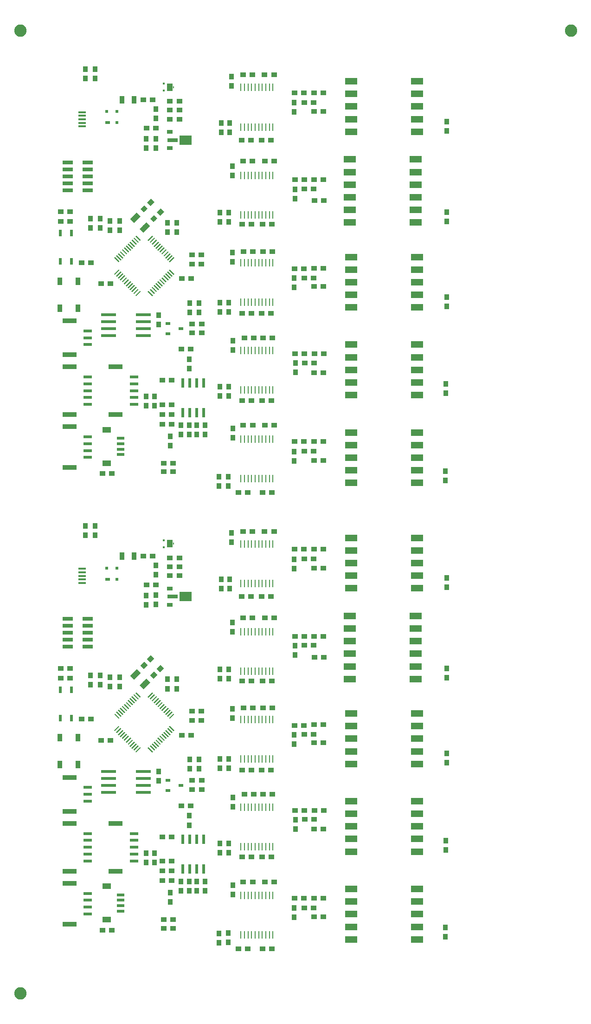
<source format=gbr>
G04 #@! TF.GenerationSoftware,KiCad,Pcbnew,(5.0.0)*
G04 #@! TF.CreationDate,2019-01-07T10:47:40-06:00*
G04 #@! TF.ProjectId,fk-atlas-v0.11-01x02,666B2D61746C61732D76302E31312D30,0.1*
G04 #@! TF.SameCoordinates,Original*
G04 #@! TF.FileFunction,Paste,Top*
G04 #@! TF.FilePolarity,Positive*
%FSLAX46Y46*%
G04 Gerber Fmt 4.6, Leading zero omitted, Abs format (unit mm)*
G04 Created by KiCad (PCBNEW (5.0.0)) date 01/07/19 10:47:40*
%MOMM*%
%LPD*%
G01*
G04 APERTURE LIST*
%ADD10C,2.250000*%
%ADD11R,0.900000X0.990000*%
%ADD12R,0.990000X0.900000*%
%ADD13R,0.540000X1.800000*%
%ADD14C,0.990000*%
%ADD15C,0.100000*%
%ADD16R,2.250000X1.800000*%
%ADD17R,1.080000X0.720000*%
%ADD18R,1.980000X0.720000*%
%ADD19C,0.225000*%
%ADD20R,2.700000X0.540000*%
%ADD21R,1.530000X0.540000*%
%ADD22R,2.520000X0.900000*%
%ADD23R,0.540000X0.630000*%
%ADD24R,0.900000X0.630000*%
%ADD25R,0.900000X1.350000*%
%ADD26R,1.890000X0.675000*%
%ADD27R,0.945000X0.585000*%
%ADD28R,0.225000X0.360000*%
%ADD29R,0.990000X1.440000*%
%ADD30R,0.450000X0.360000*%
%ADD31R,2.250000X1.260000*%
%ADD32R,0.810000X1.350000*%
%ADD33R,0.225000X1.350000*%
%ADD34C,0.900000*%
%ADD35R,1.395000X0.540000*%
%ADD36R,1.620000X1.080000*%
%ADD37R,0.630000X1.305000*%
%ADD38R,1.350000X0.405000*%
G04 APERTURE END LIST*
D10*
G04 #@! TO.C,REF\002A\002A*
X178371400Y-274619400D03*
G04 #@! TD*
D11*
G04 #@! TO.C,R27*
X216285400Y-265313400D03*
X216285400Y-263613400D03*
G04 #@! TD*
G04 #@! TO.C,R26*
X214634400Y-263652400D03*
X214634400Y-265352400D03*
G04 #@! TD*
G04 #@! TO.C,R24*
X214761400Y-231863400D03*
X214761400Y-233563400D03*
G04 #@! TD*
G04 #@! TO.C,R22*
X214761400Y-217180400D03*
X214761400Y-215480400D03*
G04 #@! TD*
G04 #@! TO.C,R20*
X216539400Y-200797400D03*
X216539400Y-199097400D03*
G04 #@! TD*
G04 #@! TO.C,R19*
X214761400Y-248930400D03*
X214761400Y-247230400D03*
G04 #@! TD*
G04 #@! TO.C,R18*
X216412400Y-247230400D03*
X216412400Y-248930400D03*
G04 #@! TD*
D12*
G04 #@! TO.C,C25*
X189527400Y-224585400D03*
X191227400Y-224585400D03*
G04 #@! TD*
G04 #@! TO.C,R13*
X205959400Y-254049400D03*
X204259400Y-254049400D03*
G04 #@! TD*
D13*
G04 #@! TO.C,U4*
X211840400Y-246523400D03*
X210570400Y-246523400D03*
X209300400Y-246523400D03*
X208030400Y-246523400D03*
X208030400Y-251923400D03*
X209300400Y-251923400D03*
X210570400Y-251923400D03*
X211840400Y-251923400D03*
G04 #@! TD*
D12*
G04 #@! TO.C,R6*
X204259400Y-246048400D03*
X205959400Y-246048400D03*
G04 #@! TD*
G04 #@! TO.C,C21*
X204259400Y-252271400D03*
X205959400Y-252271400D03*
G04 #@! TD*
D14*
G04 #@! TO.C,Y1*
X201108900Y-218171900D03*
D15*
G36*
X200154306Y-218426458D02*
X201363458Y-217217306D01*
X202063494Y-217917342D01*
X200854342Y-219126494D01*
X200154306Y-218426458D01*
X200154306Y-218426458D01*
G37*
D14*
X199341134Y-216404134D03*
D15*
G36*
X198386540Y-216658692D02*
X199595692Y-215449540D01*
X200295728Y-216149576D01*
X199086576Y-217358728D01*
X198386540Y-216658692D01*
X198386540Y-216658692D01*
G37*
G04 #@! TD*
D12*
G04 #@! TO.C,R603*
X231945400Y-257224400D03*
X233645400Y-257224400D03*
G04 #@! TD*
G04 #@! TO.C,R503*
X232072400Y-241222400D03*
X233772400Y-241222400D03*
G04 #@! TD*
G04 #@! TO.C,R304*
X231867400Y-211123400D03*
X230167400Y-211123400D03*
G04 #@! TD*
D11*
G04 #@! TO.C,R301*
X228477400Y-212901400D03*
X228477400Y-211201400D03*
G04 #@! TD*
D12*
G04 #@! TO.C,R202*
X230089400Y-193597400D03*
X228389400Y-193597400D03*
G04 #@! TD*
G04 #@! TO.C,R403*
X231945400Y-225601400D03*
X233645400Y-225601400D03*
G04 #@! TD*
G04 #@! TO.C,R302*
X230216400Y-209472400D03*
X228516400Y-209472400D03*
G04 #@! TD*
G04 #@! TO.C,R11*
X209745800Y-237412400D03*
X211445800Y-237412400D03*
G04 #@! TD*
D16*
G04 #@! TO.C,U3*
X208495400Y-202233400D03*
D17*
X205645400Y-203733400D03*
D18*
X206145400Y-202233400D03*
D17*
X205645400Y-200733400D03*
G04 #@! TD*
D19*
G04 #@! TO.C,U2*
X202113271Y-220136442D03*
D15*
G36*
X201779163Y-220629649D02*
X201620064Y-220470550D01*
X202447379Y-219643235D01*
X202606478Y-219802334D01*
X201779163Y-220629649D01*
X201779163Y-220629649D01*
G37*
D19*
X202466824Y-220489995D03*
D15*
G36*
X202132716Y-220983202D02*
X201973617Y-220824103D01*
X202800932Y-219996788D01*
X202960031Y-220155887D01*
X202132716Y-220983202D01*
X202132716Y-220983202D01*
G37*
D19*
X202820378Y-220843549D03*
D15*
G36*
X202486270Y-221336756D02*
X202327171Y-221177657D01*
X203154486Y-220350342D01*
X203313585Y-220509441D01*
X202486270Y-221336756D01*
X202486270Y-221336756D01*
G37*
D19*
X203173931Y-221197102D03*
D15*
G36*
X202839823Y-221690309D02*
X202680724Y-221531210D01*
X203508039Y-220703895D01*
X203667138Y-220862994D01*
X202839823Y-221690309D01*
X202839823Y-221690309D01*
G37*
D19*
X203527484Y-221550655D03*
D15*
G36*
X203193376Y-222043862D02*
X203034277Y-221884763D01*
X203861592Y-221057448D01*
X204020691Y-221216547D01*
X203193376Y-222043862D01*
X203193376Y-222043862D01*
G37*
D19*
X203881038Y-221904209D03*
D15*
G36*
X203546930Y-222397416D02*
X203387831Y-222238317D01*
X204215146Y-221411002D01*
X204374245Y-221570101D01*
X203546930Y-222397416D01*
X203546930Y-222397416D01*
G37*
D19*
X204234591Y-222257762D03*
D15*
G36*
X203900483Y-222750969D02*
X203741384Y-222591870D01*
X204568699Y-221764555D01*
X204727798Y-221923654D01*
X203900483Y-222750969D01*
X203900483Y-222750969D01*
G37*
D19*
X204588145Y-222611316D03*
D15*
G36*
X204254037Y-223104523D02*
X204094938Y-222945424D01*
X204922253Y-222118109D01*
X205081352Y-222277208D01*
X204254037Y-223104523D01*
X204254037Y-223104523D01*
G37*
D19*
X204941698Y-222964869D03*
D15*
G36*
X204607590Y-223458076D02*
X204448491Y-223298977D01*
X205275806Y-222471662D01*
X205434905Y-222630761D01*
X204607590Y-223458076D01*
X204607590Y-223458076D01*
G37*
D19*
X205295251Y-223318422D03*
D15*
G36*
X204961143Y-223811629D02*
X204802044Y-223652530D01*
X205629359Y-222825215D01*
X205788458Y-222984314D01*
X204961143Y-223811629D01*
X204961143Y-223811629D01*
G37*
D19*
X205648805Y-223671976D03*
D15*
G36*
X205314697Y-224165183D02*
X205155598Y-224006084D01*
X205982913Y-223178769D01*
X206142012Y-223337868D01*
X205314697Y-224165183D01*
X205314697Y-224165183D01*
G37*
D19*
X206002358Y-224025529D03*
D15*
G36*
X205668250Y-224518736D02*
X205509151Y-224359637D01*
X206336466Y-223532322D01*
X206495565Y-223691421D01*
X205668250Y-224518736D01*
X205668250Y-224518736D01*
G37*
D19*
X206002358Y-226288271D03*
D15*
G36*
X205509151Y-225954163D02*
X205668250Y-225795064D01*
X206495565Y-226622379D01*
X206336466Y-226781478D01*
X205509151Y-225954163D01*
X205509151Y-225954163D01*
G37*
D19*
X205648805Y-226641824D03*
D15*
G36*
X205155598Y-226307716D02*
X205314697Y-226148617D01*
X206142012Y-226975932D01*
X205982913Y-227135031D01*
X205155598Y-226307716D01*
X205155598Y-226307716D01*
G37*
D19*
X205295251Y-226995378D03*
D15*
G36*
X204802044Y-226661270D02*
X204961143Y-226502171D01*
X205788458Y-227329486D01*
X205629359Y-227488585D01*
X204802044Y-226661270D01*
X204802044Y-226661270D01*
G37*
D19*
X204941698Y-227348931D03*
D15*
G36*
X204448491Y-227014823D02*
X204607590Y-226855724D01*
X205434905Y-227683039D01*
X205275806Y-227842138D01*
X204448491Y-227014823D01*
X204448491Y-227014823D01*
G37*
D19*
X204588145Y-227702484D03*
D15*
G36*
X204094938Y-227368376D02*
X204254037Y-227209277D01*
X205081352Y-228036592D01*
X204922253Y-228195691D01*
X204094938Y-227368376D01*
X204094938Y-227368376D01*
G37*
D19*
X204234591Y-228056038D03*
D15*
G36*
X203741384Y-227721930D02*
X203900483Y-227562831D01*
X204727798Y-228390146D01*
X204568699Y-228549245D01*
X203741384Y-227721930D01*
X203741384Y-227721930D01*
G37*
D19*
X203881038Y-228409591D03*
D15*
G36*
X203387831Y-228075483D02*
X203546930Y-227916384D01*
X204374245Y-228743699D01*
X204215146Y-228902798D01*
X203387831Y-228075483D01*
X203387831Y-228075483D01*
G37*
D19*
X203527484Y-228763145D03*
D15*
G36*
X203034277Y-228429037D02*
X203193376Y-228269938D01*
X204020691Y-229097253D01*
X203861592Y-229256352D01*
X203034277Y-228429037D01*
X203034277Y-228429037D01*
G37*
D19*
X203173931Y-229116698D03*
D15*
G36*
X202680724Y-228782590D02*
X202839823Y-228623491D01*
X203667138Y-229450806D01*
X203508039Y-229609905D01*
X202680724Y-228782590D01*
X202680724Y-228782590D01*
G37*
D19*
X202820378Y-229470251D03*
D15*
G36*
X202327171Y-229136143D02*
X202486270Y-228977044D01*
X203313585Y-229804359D01*
X203154486Y-229963458D01*
X202327171Y-229136143D01*
X202327171Y-229136143D01*
G37*
D19*
X202466824Y-229823805D03*
D15*
G36*
X201973617Y-229489697D02*
X202132716Y-229330598D01*
X202960031Y-230157913D01*
X202800932Y-230317012D01*
X201973617Y-229489697D01*
X201973617Y-229489697D01*
G37*
D19*
X202113271Y-230177358D03*
D15*
G36*
X201620064Y-229843250D02*
X201779163Y-229684151D01*
X202606478Y-230511466D01*
X202447379Y-230670565D01*
X201620064Y-229843250D01*
X201620064Y-229843250D01*
G37*
D19*
X199850529Y-230177358D03*
D15*
G36*
X199516421Y-230670565D02*
X199357322Y-230511466D01*
X200184637Y-229684151D01*
X200343736Y-229843250D01*
X199516421Y-230670565D01*
X199516421Y-230670565D01*
G37*
D19*
X199496976Y-229823805D03*
D15*
G36*
X199162868Y-230317012D02*
X199003769Y-230157913D01*
X199831084Y-229330598D01*
X199990183Y-229489697D01*
X199162868Y-230317012D01*
X199162868Y-230317012D01*
G37*
D19*
X199143422Y-229470251D03*
D15*
G36*
X198809314Y-229963458D02*
X198650215Y-229804359D01*
X199477530Y-228977044D01*
X199636629Y-229136143D01*
X198809314Y-229963458D01*
X198809314Y-229963458D01*
G37*
D19*
X198789869Y-229116698D03*
D15*
G36*
X198455761Y-229609905D02*
X198296662Y-229450806D01*
X199123977Y-228623491D01*
X199283076Y-228782590D01*
X198455761Y-229609905D01*
X198455761Y-229609905D01*
G37*
D19*
X198436316Y-228763145D03*
D15*
G36*
X198102208Y-229256352D02*
X197943109Y-229097253D01*
X198770424Y-228269938D01*
X198929523Y-228429037D01*
X198102208Y-229256352D01*
X198102208Y-229256352D01*
G37*
D19*
X198082762Y-228409591D03*
D15*
G36*
X197748654Y-228902798D02*
X197589555Y-228743699D01*
X198416870Y-227916384D01*
X198575969Y-228075483D01*
X197748654Y-228902798D01*
X197748654Y-228902798D01*
G37*
D19*
X197729209Y-228056038D03*
D15*
G36*
X197395101Y-228549245D02*
X197236002Y-228390146D01*
X198063317Y-227562831D01*
X198222416Y-227721930D01*
X197395101Y-228549245D01*
X197395101Y-228549245D01*
G37*
D19*
X197375655Y-227702484D03*
D15*
G36*
X197041547Y-228195691D02*
X196882448Y-228036592D01*
X197709763Y-227209277D01*
X197868862Y-227368376D01*
X197041547Y-228195691D01*
X197041547Y-228195691D01*
G37*
D19*
X197022102Y-227348931D03*
D15*
G36*
X196687994Y-227842138D02*
X196528895Y-227683039D01*
X197356210Y-226855724D01*
X197515309Y-227014823D01*
X196687994Y-227842138D01*
X196687994Y-227842138D01*
G37*
D19*
X196668549Y-226995378D03*
D15*
G36*
X196334441Y-227488585D02*
X196175342Y-227329486D01*
X197002657Y-226502171D01*
X197161756Y-226661270D01*
X196334441Y-227488585D01*
X196334441Y-227488585D01*
G37*
D19*
X196314995Y-226641824D03*
D15*
G36*
X195980887Y-227135031D02*
X195821788Y-226975932D01*
X196649103Y-226148617D01*
X196808202Y-226307716D01*
X195980887Y-227135031D01*
X195980887Y-227135031D01*
G37*
D19*
X195961442Y-226288271D03*
D15*
G36*
X195627334Y-226781478D02*
X195468235Y-226622379D01*
X196295550Y-225795064D01*
X196454649Y-225954163D01*
X195627334Y-226781478D01*
X195627334Y-226781478D01*
G37*
D19*
X195961442Y-224025529D03*
D15*
G36*
X195468235Y-223691421D02*
X195627334Y-223532322D01*
X196454649Y-224359637D01*
X196295550Y-224518736D01*
X195468235Y-223691421D01*
X195468235Y-223691421D01*
G37*
D19*
X196314995Y-223671976D03*
D15*
G36*
X195821788Y-223337868D02*
X195980887Y-223178769D01*
X196808202Y-224006084D01*
X196649103Y-224165183D01*
X195821788Y-223337868D01*
X195821788Y-223337868D01*
G37*
D19*
X196668549Y-223318422D03*
D15*
G36*
X196175342Y-222984314D02*
X196334441Y-222825215D01*
X197161756Y-223652530D01*
X197002657Y-223811629D01*
X196175342Y-222984314D01*
X196175342Y-222984314D01*
G37*
D19*
X197022102Y-222964869D03*
D15*
G36*
X196528895Y-222630761D02*
X196687994Y-222471662D01*
X197515309Y-223298977D01*
X197356210Y-223458076D01*
X196528895Y-222630761D01*
X196528895Y-222630761D01*
G37*
D19*
X197375655Y-222611316D03*
D15*
G36*
X196882448Y-222277208D02*
X197041547Y-222118109D01*
X197868862Y-222945424D01*
X197709763Y-223104523D01*
X196882448Y-222277208D01*
X196882448Y-222277208D01*
G37*
D19*
X197729209Y-222257762D03*
D15*
G36*
X197236002Y-221923654D02*
X197395101Y-221764555D01*
X198222416Y-222591870D01*
X198063317Y-222750969D01*
X197236002Y-221923654D01*
X197236002Y-221923654D01*
G37*
D19*
X198082762Y-221904209D03*
D15*
G36*
X197589555Y-221570101D02*
X197748654Y-221411002D01*
X198575969Y-222238317D01*
X198416870Y-222397416D01*
X197589555Y-221570101D01*
X197589555Y-221570101D01*
G37*
D19*
X198436316Y-221550655D03*
D15*
G36*
X197943109Y-221216547D02*
X198102208Y-221057448D01*
X198929523Y-221884763D01*
X198770424Y-222043862D01*
X197943109Y-221216547D01*
X197943109Y-221216547D01*
G37*
D19*
X198789869Y-221197102D03*
D15*
G36*
X198296662Y-220862994D02*
X198455761Y-220703895D01*
X199283076Y-221531210D01*
X199123977Y-221690309D01*
X198296662Y-220862994D01*
X198296662Y-220862994D01*
G37*
D19*
X199143422Y-220843549D03*
D15*
G36*
X198650215Y-220509441D02*
X198809314Y-220350342D01*
X199636629Y-221177657D01*
X199477530Y-221336756D01*
X198650215Y-220509441D01*
X198650215Y-220509441D01*
G37*
D19*
X199496976Y-220489995D03*
D15*
G36*
X199003769Y-220155887D02*
X199162868Y-219996788D01*
X199990183Y-220824103D01*
X199831084Y-220983202D01*
X199003769Y-220155887D01*
X199003769Y-220155887D01*
G37*
D19*
X199850529Y-220136442D03*
D15*
G36*
X199357322Y-219802334D02*
X199516421Y-219643235D01*
X200343736Y-220470550D01*
X200184637Y-220629649D01*
X199357322Y-219802334D01*
X199357322Y-219802334D01*
G37*
G04 #@! TD*
D12*
G04 #@! TO.C,R605*
X231945400Y-260653400D03*
X233645400Y-260653400D03*
G04 #@! TD*
G04 #@! TO.C,R303*
X231945400Y-209472400D03*
X233645400Y-209472400D03*
G04 #@! TD*
G04 #@! TO.C,R205*
X231945400Y-197026400D03*
X233645400Y-197026400D03*
G04 #@! TD*
D11*
G04 #@! TO.C,R401*
X228350400Y-229118400D03*
X228350400Y-227418400D03*
G04 #@! TD*
D12*
G04 #@! TO.C,R505*
X231945400Y-244651400D03*
X233645400Y-244651400D03*
G04 #@! TD*
G04 #@! TO.C,R502*
X230216400Y-241222400D03*
X228516400Y-241222400D03*
G04 #@! TD*
D11*
G04 #@! TO.C,R601*
X228350400Y-260741400D03*
X228350400Y-259041400D03*
G04 #@! TD*
G04 #@! TO.C,R12*
X205744400Y-257947400D03*
X205744400Y-256247400D03*
G04 #@! TD*
D20*
G04 #@! TO.C,U1*
X200854500Y-237920400D03*
X200854500Y-236650400D03*
X200854500Y-235380400D03*
X200854500Y-234110400D03*
X194454500Y-234110400D03*
X194454500Y-235380400D03*
X194454500Y-236650400D03*
X194454500Y-237920400D03*
G04 #@! TD*
D12*
G04 #@! TO.C,R305*
X232072400Y-213282400D03*
X233772400Y-213282400D03*
G04 #@! TD*
D11*
G04 #@! TO.C,R25*
X216412400Y-233563400D03*
X216412400Y-231863400D03*
G04 #@! TD*
G04 #@! TO.C,R23*
X216412400Y-215480400D03*
X216412400Y-217180400D03*
G04 #@! TD*
G04 #@! TO.C,R21*
X215015400Y-199097400D03*
X215015400Y-200797400D03*
G04 #@! TD*
D12*
G04 #@! TO.C,R404*
X231867400Y-227379400D03*
X230167400Y-227379400D03*
G04 #@! TD*
D21*
G04 #@! TO.C,J7*
X199083800Y-250447300D03*
X199083800Y-249197300D03*
X199083800Y-247947300D03*
X199083800Y-246697300D03*
X199083800Y-245447300D03*
D22*
X195733800Y-252297300D03*
X195733800Y-243597300D03*
G04 #@! TD*
D12*
G04 #@! TO.C,R402*
X230089400Y-225728400D03*
X228389400Y-225728400D03*
G04 #@! TD*
G04 #@! TO.C,R504*
X231994400Y-242873400D03*
X230294400Y-242873400D03*
G04 #@! TD*
G04 #@! TO.C,R602*
X230089400Y-257224400D03*
X228389400Y-257224400D03*
G04 #@! TD*
D11*
G04 #@! TO.C,R501*
X228604400Y-244612400D03*
X228604400Y-242912400D03*
G04 #@! TD*
D12*
G04 #@! TO.C,R405*
X231945400Y-228903400D03*
X233645400Y-228903400D03*
G04 #@! TD*
D11*
G04 #@! TO.C,R7*
X207649400Y-254215400D03*
X207649400Y-255915400D03*
G04 #@! TD*
D12*
G04 #@! TO.C,R3*
X209451900Y-240396900D03*
X207751900Y-240396900D03*
G04 #@! TD*
G04 #@! TO.C,C20*
X205959400Y-250493400D03*
X204259400Y-250493400D03*
G04 #@! TD*
G04 #@! TO.C,R604*
X231867400Y-259002400D03*
X230167400Y-259002400D03*
G04 #@! TD*
G04 #@! TO.C,R203*
X231945400Y-193597400D03*
X233645400Y-193597400D03*
G04 #@! TD*
D11*
G04 #@! TO.C,R201*
X228350400Y-197114400D03*
X228350400Y-195414400D03*
G04 #@! TD*
G04 #@! TO.C,R4*
X209319869Y-233633703D03*
X209319869Y-231933703D03*
G04 #@! TD*
D12*
G04 #@! TO.C,R2*
X185708994Y-215314400D03*
X187408994Y-215314400D03*
G04 #@! TD*
G04 #@! TO.C,R1*
X185708994Y-217092400D03*
X187408994Y-217092400D03*
G04 #@! TD*
D23*
G04 #@! TO.C,D5*
X194126400Y-197042400D03*
X196026400Y-197042400D03*
X196026400Y-199042400D03*
D24*
X194326400Y-199042400D03*
G04 #@! TD*
D12*
G04 #@! TO.C,C602*
X218208900Y-266487400D03*
X219908900Y-266487400D03*
G04 #@! TD*
G04 #@! TO.C,L2*
X200791400Y-194867400D03*
X202491400Y-194867400D03*
G04 #@! TD*
D11*
G04 #@! TO.C,L1*
X191190200Y-216572600D03*
X191190200Y-218272600D03*
G04 #@! TD*
D25*
G04 #@! TO.C,F1*
X196897400Y-194867400D03*
X199097400Y-194867400D03*
G04 #@! TD*
D12*
G04 #@! TO.C,C604*
X224664000Y-254252600D03*
X222964000Y-254252600D03*
G04 #@! TD*
D26*
G04 #@! TO.C,J1*
X190653400Y-206297400D03*
X187053400Y-206297400D03*
X190653400Y-207567400D03*
X187053400Y-207567400D03*
X190653400Y-208837400D03*
X187053400Y-208837400D03*
X190653400Y-210107400D03*
X187053400Y-210107400D03*
X190653400Y-211377400D03*
X187053400Y-211377400D03*
G04 #@! TD*
D11*
G04 #@! TO.C,C605*
X217174400Y-254850400D03*
X217174400Y-256550400D03*
G04 #@! TD*
G04 #@! TO.C,C505*
X217174400Y-238848400D03*
X217174400Y-240548400D03*
G04 #@! TD*
D12*
G04 #@! TO.C,C601*
X222610900Y-266487400D03*
X224310900Y-266487400D03*
G04 #@! TD*
D27*
G04 #@! TO.C,Q4*
X207639859Y-236652793D03*
X205339859Y-237602793D03*
X205339859Y-235702793D03*
G04 #@! TD*
D11*
G04 #@! TO.C,C606*
X255909400Y-262597400D03*
X255909400Y-264297400D03*
G04 #@! TD*
G04 #@! TO.C,C506*
X256036400Y-246722400D03*
X256036400Y-248422400D03*
G04 #@! TD*
D12*
G04 #@! TO.C,C603*
X219057400Y-254252600D03*
X220757400Y-254252600D03*
G04 #@! TD*
G04 #@! TO.C,D4*
X211445800Y-235761400D03*
X209745800Y-235761400D03*
G04 #@! TD*
D11*
G04 #@! TO.C,R10*
X190252509Y-189336821D03*
X190252509Y-191036821D03*
G04 #@! TD*
D12*
G04 #@! TO.C,R9*
X209735048Y-223156698D03*
X211435048Y-223156698D03*
G04 #@! TD*
G04 #@! TO.C,R8*
X209735048Y-224839400D03*
X211435048Y-224839400D03*
G04 #@! TD*
D28*
G04 #@! TO.C,D6*
X206288400Y-192581400D03*
D29*
X205613400Y-192581400D03*
D30*
X204563400Y-193231400D03*
X204563400Y-191931400D03*
G04 #@! TD*
D12*
G04 #@! TO.C,C504*
X224374400Y-238301400D03*
X222674400Y-238301400D03*
G04 #@! TD*
D11*
G04 #@! TO.C,R5*
X210973683Y-231933703D03*
X210973683Y-233633703D03*
G04 #@! TD*
D12*
G04 #@! TO.C,C503*
X219245400Y-238301400D03*
X220945400Y-238301400D03*
G04 #@! TD*
G04 #@! TO.C,C402*
X218864400Y-233856400D03*
X220564400Y-233856400D03*
G04 #@! TD*
D11*
G04 #@! TO.C,C405*
X217047400Y-222719400D03*
X217047400Y-224419400D03*
G04 #@! TD*
G04 #@! TO.C,C406*
X256163400Y-230847400D03*
X256163400Y-232547400D03*
G04 #@! TD*
D12*
G04 #@! TO.C,C302*
X218864400Y-217600400D03*
X220564400Y-217600400D03*
G04 #@! TD*
G04 #@! TO.C,C8*
X193134200Y-228446200D03*
X194834200Y-228446200D03*
G04 #@! TD*
G04 #@! TO.C,C502*
X218864400Y-249731400D03*
X220564400Y-249731400D03*
G04 #@! TD*
D11*
G04 #@! TO.C,C5*
X205236400Y-217324400D03*
X205236400Y-219024400D03*
G04 #@! TD*
D12*
G04 #@! TO.C,C203*
X219032000Y-190320800D03*
X220732000Y-190320800D03*
G04 #@! TD*
D11*
G04 #@! TO.C,C16*
X203572700Y-234162100D03*
X203572700Y-235862100D03*
G04 #@! TD*
G04 #@! TO.C,C7*
X192968200Y-216572600D03*
X192968200Y-218272600D03*
G04 #@! TD*
G04 #@! TO.C,C10*
X203077400Y-198257400D03*
X203077400Y-196557400D03*
G04 #@! TD*
D12*
G04 #@! TO.C,C501*
X222508400Y-249731400D03*
X224208400Y-249731400D03*
G04 #@! TD*
D11*
G04 #@! TO.C,C205*
X216869600Y-190624000D03*
X216869600Y-192324000D03*
G04 #@! TD*
D12*
G04 #@! TO.C,C14*
X205681800Y-196759700D03*
X207381800Y-196759700D03*
G04 #@! TD*
G04 #@! TO.C,C404*
X224335400Y-222553400D03*
X222635400Y-222553400D03*
G04 #@! TD*
D11*
G04 #@! TO.C,C206*
X256163400Y-198843400D03*
X256163400Y-200543400D03*
G04 #@! TD*
G04 #@! TO.C,C18*
X212094400Y-255915400D03*
X212094400Y-254215400D03*
G04 #@! TD*
D12*
G04 #@! TO.C,C12*
X205681800Y-198436100D03*
X207381800Y-198436100D03*
G04 #@! TD*
D11*
G04 #@! TO.C,C6*
X206887400Y-217324400D03*
X206887400Y-219024400D03*
G04 #@! TD*
D12*
G04 #@! TO.C,C401*
X222381400Y-233856400D03*
X224081400Y-233856400D03*
G04 #@! TD*
D11*
G04 #@! TO.C,C15*
X203077400Y-201979400D03*
X203077400Y-203679400D03*
G04 #@! TD*
D12*
G04 #@! TO.C,C202*
X218737400Y-202233400D03*
X220437400Y-202233400D03*
G04 #@! TD*
D11*
G04 #@! TO.C,C13*
X191979709Y-189336821D03*
X191979709Y-191036821D03*
G04 #@! TD*
G04 #@! TO.C,C306*
X256163400Y-215353400D03*
X256163400Y-217053400D03*
G04 #@! TD*
D12*
G04 #@! TO.C,C403*
X219067600Y-222553400D03*
X220767600Y-222553400D03*
G04 #@! TD*
G04 #@! TO.C,C201*
X222381400Y-202233400D03*
X224081400Y-202233400D03*
G04 #@! TD*
D11*
G04 #@! TO.C,C305*
X217047400Y-206971400D03*
X217047400Y-208671400D03*
G04 #@! TD*
D12*
G04 #@! TO.C,C303*
X219006600Y-206068800D03*
X220706600Y-206068800D03*
G04 #@! TD*
G04 #@! TO.C,C301*
X222586400Y-217600400D03*
X224286400Y-217600400D03*
G04 #@! TD*
D11*
G04 #@! TO.C,C17*
X209236900Y-242213900D03*
X209236900Y-243913900D03*
G04 #@! TD*
D12*
G04 #@! TO.C,C11*
X207379300Y-195172200D03*
X205679300Y-195172200D03*
G04 #@! TD*
G04 #@! TO.C,C9*
X209515400Y-227506400D03*
X207815400Y-227506400D03*
G04 #@! TD*
G04 #@! TO.C,C304*
X224679200Y-206068800D03*
X222979200Y-206068800D03*
G04 #@! TD*
G04 #@! TO.C,C204*
X224653800Y-190320800D03*
X222953800Y-190320800D03*
G04 #@! TD*
D11*
G04 #@! TO.C,C19*
X209173400Y-255915400D03*
X209173400Y-254215400D03*
G04 #@! TD*
G04 #@! TO.C,C2*
X196498800Y-216979000D03*
X196498800Y-218679000D03*
G04 #@! TD*
D31*
G04 #@! TO.C,U502*
X250733400Y-248741900D03*
X250733400Y-246441900D03*
X250733400Y-244141900D03*
X250733400Y-241841900D03*
X250733400Y-239541900D03*
X238733400Y-239541900D03*
X238733400Y-241841900D03*
X238733400Y-244141900D03*
X238733400Y-246441900D03*
X238733400Y-248741900D03*
G04 #@! TD*
D11*
G04 #@! TO.C,C22*
X201299400Y-249008400D03*
X201299400Y-250708400D03*
G04 #@! TD*
D21*
G04 #@! TO.C,J5*
X190676400Y-250453400D03*
X190676400Y-249203400D03*
X190676400Y-247953400D03*
X190676400Y-246703400D03*
X190676400Y-245453400D03*
D22*
X187326400Y-252303400D03*
X187326400Y-243603400D03*
G04 #@! TD*
D11*
G04 #@! TO.C,R14*
X210570400Y-254215400D03*
X210570400Y-255915400D03*
G04 #@! TD*
D32*
G04 #@! TO.C,U5*
X185552400Y-227977400D03*
X188852400Y-227977400D03*
X188852400Y-232877400D03*
X185552400Y-232877400D03*
G04 #@! TD*
D12*
G04 #@! TO.C,R15*
X204513400Y-262748900D03*
X206213400Y-262748900D03*
G04 #@! TD*
G04 #@! TO.C,C24*
X193337400Y-263066400D03*
X195037400Y-263066400D03*
G04 #@! TD*
D11*
G04 #@! TO.C,C23*
X202823400Y-250708400D03*
X202823400Y-249008400D03*
G04 #@! TD*
D33*
G04 #@! TO.C,U401*
X218617600Y-224624400D03*
X219267600Y-224624400D03*
X219917600Y-224624400D03*
X220567600Y-224624400D03*
X221217600Y-224624400D03*
X221867600Y-224624400D03*
X222517600Y-224624400D03*
X223167600Y-224624400D03*
X223817600Y-224624400D03*
X224467600Y-224624400D03*
X224467600Y-231824400D03*
X223817600Y-231824400D03*
X223167600Y-231824400D03*
X222517600Y-231824400D03*
X221867600Y-231824400D03*
X221217600Y-231824400D03*
X220567600Y-231824400D03*
X219917600Y-231824400D03*
X219267600Y-231824400D03*
X218617600Y-231824400D03*
G04 #@! TD*
D31*
G04 #@! TO.C,U602*
X250733400Y-264759400D03*
X250733400Y-262459400D03*
X250733400Y-260159400D03*
X250733400Y-257859400D03*
X250733400Y-255559400D03*
X238733400Y-255559400D03*
X238733400Y-257859400D03*
X238733400Y-260159400D03*
X238733400Y-262459400D03*
X238733400Y-264759400D03*
G04 #@! TD*
G04 #@! TO.C,U202*
X250739000Y-200709400D03*
X250739000Y-198409400D03*
X250739000Y-196109400D03*
X250739000Y-193809400D03*
X250739000Y-191509400D03*
X238739000Y-191509400D03*
X238739000Y-193809400D03*
X238739000Y-196109400D03*
X238739000Y-198409400D03*
X238739000Y-200709400D03*
G04 #@! TD*
D34*
G04 #@! TO.C,C4*
X202730359Y-216550441D03*
D15*
G36*
X202762179Y-215882225D02*
X203398575Y-216518621D01*
X202698539Y-217218657D01*
X202062143Y-216582261D01*
X202762179Y-215882225D01*
X202762179Y-215882225D01*
G37*
D34*
X203932441Y-215348359D03*
D15*
G36*
X203964261Y-214680143D02*
X204600657Y-215316539D01*
X203900621Y-216016575D01*
X203264225Y-215380179D01*
X203964261Y-214680143D01*
X203964261Y-214680143D01*
G37*
G04 #@! TD*
D34*
G04 #@! TO.C,C3*
X200952359Y-214772441D03*
D15*
G36*
X200984179Y-214104225D02*
X201620575Y-214740621D01*
X200920539Y-215440657D01*
X200284143Y-214804261D01*
X200984179Y-214104225D01*
X200984179Y-214104225D01*
G37*
D34*
X202154441Y-213570359D03*
D15*
G36*
X202186261Y-212902143D02*
X202822657Y-213538539D01*
X202122621Y-214238575D01*
X201486225Y-213602179D01*
X202186261Y-212902143D01*
X202186261Y-212902143D01*
G37*
G04 #@! TD*
D11*
G04 #@! TO.C,C1*
X194720800Y-216979000D03*
X194720800Y-218679000D03*
G04 #@! TD*
D35*
G04 #@! TO.C,J10*
X196655400Y-259613400D03*
X196655400Y-258613400D03*
X196655400Y-257613400D03*
X196655400Y-256613400D03*
D36*
X194130400Y-255063400D03*
X194130400Y-261163400D03*
G04 #@! TD*
D12*
G04 #@! TO.C,R16*
X206213400Y-261161400D03*
X204513400Y-261161400D03*
G04 #@! TD*
D21*
G04 #@! TO.C,J4*
X190676400Y-239551400D03*
X190676400Y-238301400D03*
X190676400Y-237051400D03*
D22*
X187326400Y-241401400D03*
X187326400Y-235201400D03*
G04 #@! TD*
D33*
G04 #@! TO.C,U601*
X218613000Y-256767200D03*
X219263000Y-256767200D03*
X219913000Y-256767200D03*
X220563000Y-256767200D03*
X221213000Y-256767200D03*
X221863000Y-256767200D03*
X222513000Y-256767200D03*
X223163000Y-256767200D03*
X223813000Y-256767200D03*
X224463000Y-256767200D03*
X224463000Y-263967200D03*
X223813000Y-263967200D03*
X223163000Y-263967200D03*
X222513000Y-263967200D03*
X221863000Y-263967200D03*
X221213000Y-263967200D03*
X220563000Y-263967200D03*
X219913000Y-263967200D03*
X219263000Y-263967200D03*
X218613000Y-263967200D03*
G04 #@! TD*
D21*
G04 #@! TO.C,J6*
X190676400Y-260115400D03*
X190676400Y-258865400D03*
X190676400Y-257615400D03*
X190676400Y-256365400D03*
D22*
X187326400Y-261965400D03*
X187326400Y-254515400D03*
G04 #@! TD*
D12*
G04 #@! TO.C,R204*
X231867400Y-195375400D03*
X230167400Y-195375400D03*
G04 #@! TD*
G04 #@! TO.C,R17*
X203077400Y-200074400D03*
X201377400Y-200074400D03*
G04 #@! TD*
D31*
G04 #@! TO.C,U402*
X250739000Y-232755400D03*
X250739000Y-230455400D03*
X250739000Y-228155400D03*
X250739000Y-225855400D03*
X250739000Y-223555400D03*
X238739000Y-223555400D03*
X238739000Y-225855400D03*
X238739000Y-228155400D03*
X238739000Y-230455400D03*
X238739000Y-232755400D03*
G04 #@! TD*
D33*
G04 #@! TO.C,U301*
X218623400Y-208673200D03*
X219273400Y-208673200D03*
X219923400Y-208673200D03*
X220573400Y-208673200D03*
X221223400Y-208673200D03*
X221873400Y-208673200D03*
X222523400Y-208673200D03*
X223173400Y-208673200D03*
X223823400Y-208673200D03*
X224473400Y-208673200D03*
X224473400Y-215873200D03*
X223823400Y-215873200D03*
X223173400Y-215873200D03*
X222523400Y-215873200D03*
X221873400Y-215873200D03*
X221223400Y-215873200D03*
X220573400Y-215873200D03*
X219923400Y-215873200D03*
X219273400Y-215873200D03*
X218623400Y-215873200D03*
G04 #@! TD*
D37*
G04 #@! TO.C,SW1*
X187694400Y-219211400D03*
X187694400Y-224371400D03*
X185694400Y-224371400D03*
X185694400Y-219211400D03*
G04 #@! TD*
D31*
G04 #@! TO.C,U302*
X238510400Y-205761400D03*
X250510400Y-205761400D03*
X238510400Y-217261400D03*
X238510400Y-214961400D03*
X238510400Y-212661400D03*
X238510400Y-210361400D03*
X238510400Y-208061400D03*
X250510400Y-208061400D03*
X250510400Y-210361400D03*
X250510400Y-212661400D03*
X250510400Y-214961400D03*
X250510400Y-217261400D03*
G04 #@! TD*
D38*
G04 #@! TO.C,J2*
X189615400Y-197153400D03*
X189615400Y-198453400D03*
X189615400Y-197803400D03*
X189615400Y-199103400D03*
X189615400Y-199753400D03*
G04 #@! TD*
D33*
G04 #@! TO.C,U501*
X218613000Y-240626400D03*
X219263000Y-240626400D03*
X219913000Y-240626400D03*
X220563000Y-240626400D03*
X221213000Y-240626400D03*
X221863000Y-240626400D03*
X222513000Y-240626400D03*
X223163000Y-240626400D03*
X223813000Y-240626400D03*
X224463000Y-240626400D03*
X224463000Y-247826400D03*
X223813000Y-247826400D03*
X223163000Y-247826400D03*
X222513000Y-247826400D03*
X221863000Y-247826400D03*
X221213000Y-247826400D03*
X220563000Y-247826400D03*
X219913000Y-247826400D03*
X219263000Y-247826400D03*
X218613000Y-247826400D03*
G04 #@! TD*
G04 #@! TO.C,U201*
X218617600Y-192645800D03*
X219267600Y-192645800D03*
X219917600Y-192645800D03*
X220567600Y-192645800D03*
X221217600Y-192645800D03*
X221867600Y-192645800D03*
X222517600Y-192645800D03*
X223167600Y-192645800D03*
X223817600Y-192645800D03*
X224467600Y-192645800D03*
X224467600Y-199845800D03*
X223817600Y-199845800D03*
X223167600Y-199845800D03*
X222517600Y-199845800D03*
X221867600Y-199845800D03*
X221217600Y-199845800D03*
X220567600Y-199845800D03*
X219917600Y-199845800D03*
X219267600Y-199845800D03*
X218617600Y-199845800D03*
G04 #@! TD*
D11*
G04 #@! TO.C,D1*
X201299400Y-202018400D03*
X201299400Y-203718400D03*
G04 #@! TD*
D10*
G04 #@! TO.C,REF\002A\002A*
X278851400Y-99009400D03*
G04 #@! TD*
G04 #@! TO.C,REF\002A\002A*
X178350000Y-99000000D03*
G04 #@! TD*
D11*
G04 #@! TO.C,D1*
X201299400Y-120448400D03*
X201299400Y-118748400D03*
G04 #@! TD*
D12*
G04 #@! TO.C,R17*
X201377400Y-116804400D03*
X203077400Y-116804400D03*
G04 #@! TD*
D22*
G04 #@! TO.C,J6*
X187326400Y-171245400D03*
X187326400Y-178695400D03*
D21*
X190676400Y-173095400D03*
X190676400Y-174345400D03*
X190676400Y-175595400D03*
X190676400Y-176845400D03*
G04 #@! TD*
D12*
G04 #@! TO.C,C24*
X195037400Y-179796400D03*
X193337400Y-179796400D03*
G04 #@! TD*
D36*
G04 #@! TO.C,J10*
X194130400Y-177893400D03*
X194130400Y-171793400D03*
D35*
X196655400Y-173343400D03*
X196655400Y-174343400D03*
X196655400Y-175343400D03*
X196655400Y-176343400D03*
G04 #@! TD*
D11*
G04 #@! TO.C,C23*
X202823400Y-165738400D03*
X202823400Y-167438400D03*
G04 #@! TD*
G04 #@! TO.C,C22*
X201299400Y-167438400D03*
X201299400Y-165738400D03*
G04 #@! TD*
G04 #@! TO.C,R14*
X210570400Y-172645400D03*
X210570400Y-170945400D03*
G04 #@! TD*
D12*
G04 #@! TO.C,R15*
X206213400Y-179478900D03*
X204513400Y-179478900D03*
G04 #@! TD*
G04 #@! TO.C,R16*
X204513400Y-177891400D03*
X206213400Y-177891400D03*
G04 #@! TD*
D38*
G04 #@! TO.C,J2*
X189615400Y-116483400D03*
X189615400Y-115833400D03*
X189615400Y-114533400D03*
X189615400Y-115183400D03*
X189615400Y-113883400D03*
G04 #@! TD*
D31*
G04 #@! TO.C,U302*
X250510400Y-133991400D03*
X250510400Y-131691400D03*
X250510400Y-129391400D03*
X250510400Y-127091400D03*
X250510400Y-124791400D03*
X238510400Y-124791400D03*
X238510400Y-127091400D03*
X238510400Y-129391400D03*
X238510400Y-131691400D03*
X238510400Y-133991400D03*
X250510400Y-122491400D03*
X238510400Y-122491400D03*
G04 #@! TD*
D12*
G04 #@! TO.C,R204*
X230167400Y-112105400D03*
X231867400Y-112105400D03*
G04 #@! TD*
D22*
G04 #@! TO.C,J5*
X187326400Y-160333400D03*
X187326400Y-169033400D03*
D21*
X190676400Y-162183400D03*
X190676400Y-163433400D03*
X190676400Y-164683400D03*
X190676400Y-165933400D03*
X190676400Y-167183400D03*
G04 #@! TD*
D37*
G04 #@! TO.C,SW1*
X185694400Y-135941400D03*
X185694400Y-141101400D03*
X187694400Y-141101400D03*
X187694400Y-135941400D03*
G04 #@! TD*
D31*
G04 #@! TO.C,U202*
X238739000Y-117439400D03*
X238739000Y-115139400D03*
X238739000Y-112839400D03*
X238739000Y-110539400D03*
X238739000Y-108239400D03*
X250739000Y-108239400D03*
X250739000Y-110539400D03*
X250739000Y-112839400D03*
X250739000Y-115139400D03*
X250739000Y-117439400D03*
G04 #@! TD*
G04 #@! TO.C,U402*
X238739000Y-149485400D03*
X238739000Y-147185400D03*
X238739000Y-144885400D03*
X238739000Y-142585400D03*
X238739000Y-140285400D03*
X250739000Y-140285400D03*
X250739000Y-142585400D03*
X250739000Y-144885400D03*
X250739000Y-147185400D03*
X250739000Y-149485400D03*
G04 #@! TD*
G04 #@! TO.C,U502*
X238733400Y-165471900D03*
X238733400Y-163171900D03*
X238733400Y-160871900D03*
X238733400Y-158571900D03*
X238733400Y-156271900D03*
X250733400Y-156271900D03*
X250733400Y-158571900D03*
X250733400Y-160871900D03*
X250733400Y-163171900D03*
X250733400Y-165471900D03*
G04 #@! TD*
G04 #@! TO.C,U602*
X238733400Y-181489400D03*
X238733400Y-179189400D03*
X238733400Y-176889400D03*
X238733400Y-174589400D03*
X238733400Y-172289400D03*
X250733400Y-172289400D03*
X250733400Y-174589400D03*
X250733400Y-176889400D03*
X250733400Y-179189400D03*
X250733400Y-181489400D03*
G04 #@! TD*
D33*
G04 #@! TO.C,U201*
X218617600Y-116575800D03*
X219267600Y-116575800D03*
X219917600Y-116575800D03*
X220567600Y-116575800D03*
X221217600Y-116575800D03*
X221867600Y-116575800D03*
X222517600Y-116575800D03*
X223167600Y-116575800D03*
X223817600Y-116575800D03*
X224467600Y-116575800D03*
X224467600Y-109375800D03*
X223817600Y-109375800D03*
X223167600Y-109375800D03*
X222517600Y-109375800D03*
X221867600Y-109375800D03*
X221217600Y-109375800D03*
X220567600Y-109375800D03*
X219917600Y-109375800D03*
X219267600Y-109375800D03*
X218617600Y-109375800D03*
G04 #@! TD*
G04 #@! TO.C,U301*
X218623400Y-132603200D03*
X219273400Y-132603200D03*
X219923400Y-132603200D03*
X220573400Y-132603200D03*
X221223400Y-132603200D03*
X221873400Y-132603200D03*
X222523400Y-132603200D03*
X223173400Y-132603200D03*
X223823400Y-132603200D03*
X224473400Y-132603200D03*
X224473400Y-125403200D03*
X223823400Y-125403200D03*
X223173400Y-125403200D03*
X222523400Y-125403200D03*
X221873400Y-125403200D03*
X221223400Y-125403200D03*
X220573400Y-125403200D03*
X219923400Y-125403200D03*
X219273400Y-125403200D03*
X218623400Y-125403200D03*
G04 #@! TD*
G04 #@! TO.C,U401*
X218617600Y-148554400D03*
X219267600Y-148554400D03*
X219917600Y-148554400D03*
X220567600Y-148554400D03*
X221217600Y-148554400D03*
X221867600Y-148554400D03*
X222517600Y-148554400D03*
X223167600Y-148554400D03*
X223817600Y-148554400D03*
X224467600Y-148554400D03*
X224467600Y-141354400D03*
X223817600Y-141354400D03*
X223167600Y-141354400D03*
X222517600Y-141354400D03*
X221867600Y-141354400D03*
X221217600Y-141354400D03*
X220567600Y-141354400D03*
X219917600Y-141354400D03*
X219267600Y-141354400D03*
X218617600Y-141354400D03*
G04 #@! TD*
G04 #@! TO.C,U501*
X218613000Y-164556400D03*
X219263000Y-164556400D03*
X219913000Y-164556400D03*
X220563000Y-164556400D03*
X221213000Y-164556400D03*
X221863000Y-164556400D03*
X222513000Y-164556400D03*
X223163000Y-164556400D03*
X223813000Y-164556400D03*
X224463000Y-164556400D03*
X224463000Y-157356400D03*
X223813000Y-157356400D03*
X223163000Y-157356400D03*
X222513000Y-157356400D03*
X221863000Y-157356400D03*
X221213000Y-157356400D03*
X220563000Y-157356400D03*
X219913000Y-157356400D03*
X219263000Y-157356400D03*
X218613000Y-157356400D03*
G04 #@! TD*
G04 #@! TO.C,U601*
X218613000Y-180697200D03*
X219263000Y-180697200D03*
X219913000Y-180697200D03*
X220563000Y-180697200D03*
X221213000Y-180697200D03*
X221863000Y-180697200D03*
X222513000Y-180697200D03*
X223163000Y-180697200D03*
X223813000Y-180697200D03*
X224463000Y-180697200D03*
X224463000Y-173497200D03*
X223813000Y-173497200D03*
X223163000Y-173497200D03*
X222513000Y-173497200D03*
X221863000Y-173497200D03*
X221213000Y-173497200D03*
X220563000Y-173497200D03*
X219913000Y-173497200D03*
X219263000Y-173497200D03*
X218613000Y-173497200D03*
G04 #@! TD*
D22*
G04 #@! TO.C,J4*
X187326400Y-151931400D03*
X187326400Y-158131400D03*
D21*
X190676400Y-153781400D03*
X190676400Y-155031400D03*
X190676400Y-156281400D03*
G04 #@! TD*
D32*
G04 #@! TO.C,U5*
X185552400Y-149607400D03*
X188852400Y-149607400D03*
X188852400Y-144707400D03*
X185552400Y-144707400D03*
G04 #@! TD*
D11*
G04 #@! TO.C,C1*
X194720800Y-135409000D03*
X194720800Y-133709000D03*
G04 #@! TD*
G04 #@! TO.C,C2*
X196498800Y-135409000D03*
X196498800Y-133709000D03*
G04 #@! TD*
D34*
G04 #@! TO.C,C3*
X202154441Y-130300359D03*
D15*
G36*
X202186261Y-129632143D02*
X202822657Y-130268539D01*
X202122621Y-130968575D01*
X201486225Y-130332179D01*
X202186261Y-129632143D01*
X202186261Y-129632143D01*
G37*
D34*
X200952359Y-131502441D03*
D15*
G36*
X200984179Y-130834225D02*
X201620575Y-131470621D01*
X200920539Y-132170657D01*
X200284143Y-131534261D01*
X200984179Y-130834225D01*
X200984179Y-130834225D01*
G37*
G04 #@! TD*
D34*
G04 #@! TO.C,C4*
X203932441Y-132078359D03*
D15*
G36*
X203964261Y-131410143D02*
X204600657Y-132046539D01*
X203900621Y-132746575D01*
X203264225Y-132110179D01*
X203964261Y-131410143D01*
X203964261Y-131410143D01*
G37*
D34*
X202730359Y-133280441D03*
D15*
G36*
X202762179Y-132612225D02*
X203398575Y-133248621D01*
X202698539Y-133948657D01*
X202062143Y-133312261D01*
X202762179Y-132612225D01*
X202762179Y-132612225D01*
G37*
G04 #@! TD*
D11*
G04 #@! TO.C,C5*
X205236400Y-135754400D03*
X205236400Y-134054400D03*
G04 #@! TD*
G04 #@! TO.C,C6*
X206887400Y-135754400D03*
X206887400Y-134054400D03*
G04 #@! TD*
G04 #@! TO.C,C7*
X192968200Y-135002600D03*
X192968200Y-133302600D03*
G04 #@! TD*
D12*
G04 #@! TO.C,C8*
X194834200Y-145176200D03*
X193134200Y-145176200D03*
G04 #@! TD*
G04 #@! TO.C,C9*
X207815400Y-144236400D03*
X209515400Y-144236400D03*
G04 #@! TD*
D11*
G04 #@! TO.C,C10*
X203077400Y-113287400D03*
X203077400Y-114987400D03*
G04 #@! TD*
D12*
G04 #@! TO.C,C11*
X205679300Y-111902200D03*
X207379300Y-111902200D03*
G04 #@! TD*
G04 #@! TO.C,C12*
X207381800Y-115166100D03*
X205681800Y-115166100D03*
G04 #@! TD*
D11*
G04 #@! TO.C,C13*
X191979709Y-107766821D03*
X191979709Y-106066821D03*
G04 #@! TD*
D12*
G04 #@! TO.C,C14*
X207381800Y-113489700D03*
X205681800Y-113489700D03*
G04 #@! TD*
D11*
G04 #@! TO.C,C15*
X203077400Y-120409400D03*
X203077400Y-118709400D03*
G04 #@! TD*
G04 #@! TO.C,C16*
X203572700Y-152592100D03*
X203572700Y-150892100D03*
G04 #@! TD*
G04 #@! TO.C,C17*
X209236900Y-160643900D03*
X209236900Y-158943900D03*
G04 #@! TD*
G04 #@! TO.C,C18*
X212094400Y-170945400D03*
X212094400Y-172645400D03*
G04 #@! TD*
G04 #@! TO.C,C19*
X209173400Y-170945400D03*
X209173400Y-172645400D03*
G04 #@! TD*
D12*
G04 #@! TO.C,C201*
X224081400Y-118963400D03*
X222381400Y-118963400D03*
G04 #@! TD*
G04 #@! TO.C,C202*
X220437400Y-118963400D03*
X218737400Y-118963400D03*
G04 #@! TD*
G04 #@! TO.C,C203*
X220732000Y-107050800D03*
X219032000Y-107050800D03*
G04 #@! TD*
G04 #@! TO.C,C204*
X222953800Y-107050800D03*
X224653800Y-107050800D03*
G04 #@! TD*
D11*
G04 #@! TO.C,C205*
X216869600Y-109054000D03*
X216869600Y-107354000D03*
G04 #@! TD*
G04 #@! TO.C,C206*
X256163400Y-117273400D03*
X256163400Y-115573400D03*
G04 #@! TD*
D12*
G04 #@! TO.C,C301*
X224286400Y-134330400D03*
X222586400Y-134330400D03*
G04 #@! TD*
G04 #@! TO.C,C302*
X220564400Y-134330400D03*
X218864400Y-134330400D03*
G04 #@! TD*
G04 #@! TO.C,C303*
X220706600Y-122798800D03*
X219006600Y-122798800D03*
G04 #@! TD*
G04 #@! TO.C,C304*
X222979200Y-122798800D03*
X224679200Y-122798800D03*
G04 #@! TD*
D11*
G04 #@! TO.C,C305*
X217047400Y-125401400D03*
X217047400Y-123701400D03*
G04 #@! TD*
G04 #@! TO.C,C306*
X256163400Y-133783400D03*
X256163400Y-132083400D03*
G04 #@! TD*
D12*
G04 #@! TO.C,C401*
X224081400Y-150586400D03*
X222381400Y-150586400D03*
G04 #@! TD*
G04 #@! TO.C,C402*
X220564400Y-150586400D03*
X218864400Y-150586400D03*
G04 #@! TD*
G04 #@! TO.C,C403*
X220767600Y-139283400D03*
X219067600Y-139283400D03*
G04 #@! TD*
G04 #@! TO.C,C404*
X222635400Y-139283400D03*
X224335400Y-139283400D03*
G04 #@! TD*
D11*
G04 #@! TO.C,C405*
X217047400Y-141149400D03*
X217047400Y-139449400D03*
G04 #@! TD*
G04 #@! TO.C,C406*
X256163400Y-149277400D03*
X256163400Y-147577400D03*
G04 #@! TD*
D12*
G04 #@! TO.C,C501*
X224208400Y-166461400D03*
X222508400Y-166461400D03*
G04 #@! TD*
G04 #@! TO.C,C502*
X220564400Y-166461400D03*
X218864400Y-166461400D03*
G04 #@! TD*
G04 #@! TO.C,C503*
X220945400Y-155031400D03*
X219245400Y-155031400D03*
G04 #@! TD*
G04 #@! TO.C,C504*
X222674400Y-155031400D03*
X224374400Y-155031400D03*
G04 #@! TD*
D11*
G04 #@! TO.C,C505*
X217174400Y-157278400D03*
X217174400Y-155578400D03*
G04 #@! TD*
G04 #@! TO.C,C506*
X256036400Y-165152400D03*
X256036400Y-163452400D03*
G04 #@! TD*
D12*
G04 #@! TO.C,C601*
X224310900Y-183217400D03*
X222610900Y-183217400D03*
G04 #@! TD*
G04 #@! TO.C,C602*
X219908900Y-183217400D03*
X218208900Y-183217400D03*
G04 #@! TD*
G04 #@! TO.C,C603*
X220757400Y-170982600D03*
X219057400Y-170982600D03*
G04 #@! TD*
G04 #@! TO.C,C604*
X222964000Y-170982600D03*
X224664000Y-170982600D03*
G04 #@! TD*
D11*
G04 #@! TO.C,C605*
X217174400Y-173280400D03*
X217174400Y-171580400D03*
G04 #@! TD*
G04 #@! TO.C,C606*
X255909400Y-181027400D03*
X255909400Y-179327400D03*
G04 #@! TD*
D12*
G04 #@! TO.C,D4*
X209745800Y-152491400D03*
X211445800Y-152491400D03*
G04 #@! TD*
D24*
G04 #@! TO.C,D5*
X194326400Y-115772400D03*
D23*
X196026400Y-115772400D03*
X196026400Y-113772400D03*
X194126400Y-113772400D03*
G04 #@! TD*
D30*
G04 #@! TO.C,D6*
X204563400Y-108661400D03*
X204563400Y-109961400D03*
D29*
X205613400Y-109311400D03*
D28*
X206288400Y-109311400D03*
G04 #@! TD*
D25*
G04 #@! TO.C,F1*
X199097400Y-111597400D03*
X196897400Y-111597400D03*
G04 #@! TD*
D26*
G04 #@! TO.C,J1*
X187053400Y-128107400D03*
X190653400Y-128107400D03*
X187053400Y-126837400D03*
X190653400Y-126837400D03*
X187053400Y-125567400D03*
X190653400Y-125567400D03*
X187053400Y-124297400D03*
X190653400Y-124297400D03*
X187053400Y-123027400D03*
X190653400Y-123027400D03*
G04 #@! TD*
D11*
G04 #@! TO.C,L1*
X191190200Y-135002600D03*
X191190200Y-133302600D03*
G04 #@! TD*
D12*
G04 #@! TO.C,L2*
X202491400Y-111597400D03*
X200791400Y-111597400D03*
G04 #@! TD*
D27*
G04 #@! TO.C,Q4*
X205339859Y-152432793D03*
X205339859Y-154332793D03*
X207639859Y-153382793D03*
G04 #@! TD*
D12*
G04 #@! TO.C,R1*
X187408994Y-133822400D03*
X185708994Y-133822400D03*
G04 #@! TD*
G04 #@! TO.C,R2*
X187408994Y-132044400D03*
X185708994Y-132044400D03*
G04 #@! TD*
D11*
G04 #@! TO.C,R4*
X209319869Y-148663703D03*
X209319869Y-150363703D03*
G04 #@! TD*
G04 #@! TO.C,R5*
X210973683Y-150363703D03*
X210973683Y-148663703D03*
G04 #@! TD*
D12*
G04 #@! TO.C,R8*
X211435048Y-141569400D03*
X209735048Y-141569400D03*
G04 #@! TD*
G04 #@! TO.C,R9*
X211435048Y-139886698D03*
X209735048Y-139886698D03*
G04 #@! TD*
D11*
G04 #@! TO.C,R10*
X190252509Y-107766821D03*
X190252509Y-106066821D03*
G04 #@! TD*
D12*
G04 #@! TO.C,R11*
X211445800Y-154142400D03*
X209745800Y-154142400D03*
G04 #@! TD*
D11*
G04 #@! TO.C,R12*
X205744400Y-172977400D03*
X205744400Y-174677400D03*
G04 #@! TD*
G04 #@! TO.C,R201*
X228350400Y-112144400D03*
X228350400Y-113844400D03*
G04 #@! TD*
D12*
G04 #@! TO.C,R202*
X228389400Y-110327400D03*
X230089400Y-110327400D03*
G04 #@! TD*
G04 #@! TO.C,R203*
X233645400Y-110327400D03*
X231945400Y-110327400D03*
G04 #@! TD*
G04 #@! TO.C,R205*
X233645400Y-113756400D03*
X231945400Y-113756400D03*
G04 #@! TD*
D11*
G04 #@! TO.C,R301*
X228477400Y-127931400D03*
X228477400Y-129631400D03*
G04 #@! TD*
D12*
G04 #@! TO.C,R302*
X228516400Y-126202400D03*
X230216400Y-126202400D03*
G04 #@! TD*
G04 #@! TO.C,R303*
X233645400Y-126202400D03*
X231945400Y-126202400D03*
G04 #@! TD*
G04 #@! TO.C,R304*
X230167400Y-127853400D03*
X231867400Y-127853400D03*
G04 #@! TD*
G04 #@! TO.C,R305*
X233772400Y-130012400D03*
X232072400Y-130012400D03*
G04 #@! TD*
D11*
G04 #@! TO.C,R401*
X228350400Y-144148400D03*
X228350400Y-145848400D03*
G04 #@! TD*
D12*
G04 #@! TO.C,R402*
X228389400Y-142458400D03*
X230089400Y-142458400D03*
G04 #@! TD*
G04 #@! TO.C,R403*
X233645400Y-142331400D03*
X231945400Y-142331400D03*
G04 #@! TD*
G04 #@! TO.C,R404*
X230167400Y-144109400D03*
X231867400Y-144109400D03*
G04 #@! TD*
G04 #@! TO.C,R405*
X233645400Y-145633400D03*
X231945400Y-145633400D03*
G04 #@! TD*
D11*
G04 #@! TO.C,R501*
X228604400Y-159642400D03*
X228604400Y-161342400D03*
G04 #@! TD*
D12*
G04 #@! TO.C,R502*
X228516400Y-157952400D03*
X230216400Y-157952400D03*
G04 #@! TD*
G04 #@! TO.C,R503*
X233772400Y-157952400D03*
X232072400Y-157952400D03*
G04 #@! TD*
G04 #@! TO.C,R504*
X230294400Y-159603400D03*
X231994400Y-159603400D03*
G04 #@! TD*
G04 #@! TO.C,R505*
X233645400Y-161381400D03*
X231945400Y-161381400D03*
G04 #@! TD*
D11*
G04 #@! TO.C,R601*
X228350400Y-175771400D03*
X228350400Y-177471400D03*
G04 #@! TD*
D12*
G04 #@! TO.C,R602*
X228389400Y-173954400D03*
X230089400Y-173954400D03*
G04 #@! TD*
G04 #@! TO.C,R603*
X233645400Y-173954400D03*
X231945400Y-173954400D03*
G04 #@! TD*
G04 #@! TO.C,R604*
X230167400Y-175732400D03*
X231867400Y-175732400D03*
G04 #@! TD*
G04 #@! TO.C,R605*
X233645400Y-177383400D03*
X231945400Y-177383400D03*
G04 #@! TD*
D19*
G04 #@! TO.C,U2*
X199850529Y-136866442D03*
D15*
G36*
X199357322Y-136532334D02*
X199516421Y-136373235D01*
X200343736Y-137200550D01*
X200184637Y-137359649D01*
X199357322Y-136532334D01*
X199357322Y-136532334D01*
G37*
D19*
X199496976Y-137219995D03*
D15*
G36*
X199003769Y-136885887D02*
X199162868Y-136726788D01*
X199990183Y-137554103D01*
X199831084Y-137713202D01*
X199003769Y-136885887D01*
X199003769Y-136885887D01*
G37*
D19*
X199143422Y-137573549D03*
D15*
G36*
X198650215Y-137239441D02*
X198809314Y-137080342D01*
X199636629Y-137907657D01*
X199477530Y-138066756D01*
X198650215Y-137239441D01*
X198650215Y-137239441D01*
G37*
D19*
X198789869Y-137927102D03*
D15*
G36*
X198296662Y-137592994D02*
X198455761Y-137433895D01*
X199283076Y-138261210D01*
X199123977Y-138420309D01*
X198296662Y-137592994D01*
X198296662Y-137592994D01*
G37*
D19*
X198436316Y-138280655D03*
D15*
G36*
X197943109Y-137946547D02*
X198102208Y-137787448D01*
X198929523Y-138614763D01*
X198770424Y-138773862D01*
X197943109Y-137946547D01*
X197943109Y-137946547D01*
G37*
D19*
X198082762Y-138634209D03*
D15*
G36*
X197589555Y-138300101D02*
X197748654Y-138141002D01*
X198575969Y-138968317D01*
X198416870Y-139127416D01*
X197589555Y-138300101D01*
X197589555Y-138300101D01*
G37*
D19*
X197729209Y-138987762D03*
D15*
G36*
X197236002Y-138653654D02*
X197395101Y-138494555D01*
X198222416Y-139321870D01*
X198063317Y-139480969D01*
X197236002Y-138653654D01*
X197236002Y-138653654D01*
G37*
D19*
X197375655Y-139341316D03*
D15*
G36*
X196882448Y-139007208D02*
X197041547Y-138848109D01*
X197868862Y-139675424D01*
X197709763Y-139834523D01*
X196882448Y-139007208D01*
X196882448Y-139007208D01*
G37*
D19*
X197022102Y-139694869D03*
D15*
G36*
X196528895Y-139360761D02*
X196687994Y-139201662D01*
X197515309Y-140028977D01*
X197356210Y-140188076D01*
X196528895Y-139360761D01*
X196528895Y-139360761D01*
G37*
D19*
X196668549Y-140048422D03*
D15*
G36*
X196175342Y-139714314D02*
X196334441Y-139555215D01*
X197161756Y-140382530D01*
X197002657Y-140541629D01*
X196175342Y-139714314D01*
X196175342Y-139714314D01*
G37*
D19*
X196314995Y-140401976D03*
D15*
G36*
X195821788Y-140067868D02*
X195980887Y-139908769D01*
X196808202Y-140736084D01*
X196649103Y-140895183D01*
X195821788Y-140067868D01*
X195821788Y-140067868D01*
G37*
D19*
X195961442Y-140755529D03*
D15*
G36*
X195468235Y-140421421D02*
X195627334Y-140262322D01*
X196454649Y-141089637D01*
X196295550Y-141248736D01*
X195468235Y-140421421D01*
X195468235Y-140421421D01*
G37*
D19*
X195961442Y-143018271D03*
D15*
G36*
X195627334Y-143511478D02*
X195468235Y-143352379D01*
X196295550Y-142525064D01*
X196454649Y-142684163D01*
X195627334Y-143511478D01*
X195627334Y-143511478D01*
G37*
D19*
X196314995Y-143371824D03*
D15*
G36*
X195980887Y-143865031D02*
X195821788Y-143705932D01*
X196649103Y-142878617D01*
X196808202Y-143037716D01*
X195980887Y-143865031D01*
X195980887Y-143865031D01*
G37*
D19*
X196668549Y-143725378D03*
D15*
G36*
X196334441Y-144218585D02*
X196175342Y-144059486D01*
X197002657Y-143232171D01*
X197161756Y-143391270D01*
X196334441Y-144218585D01*
X196334441Y-144218585D01*
G37*
D19*
X197022102Y-144078931D03*
D15*
G36*
X196687994Y-144572138D02*
X196528895Y-144413039D01*
X197356210Y-143585724D01*
X197515309Y-143744823D01*
X196687994Y-144572138D01*
X196687994Y-144572138D01*
G37*
D19*
X197375655Y-144432484D03*
D15*
G36*
X197041547Y-144925691D02*
X196882448Y-144766592D01*
X197709763Y-143939277D01*
X197868862Y-144098376D01*
X197041547Y-144925691D01*
X197041547Y-144925691D01*
G37*
D19*
X197729209Y-144786038D03*
D15*
G36*
X197395101Y-145279245D02*
X197236002Y-145120146D01*
X198063317Y-144292831D01*
X198222416Y-144451930D01*
X197395101Y-145279245D01*
X197395101Y-145279245D01*
G37*
D19*
X198082762Y-145139591D03*
D15*
G36*
X197748654Y-145632798D02*
X197589555Y-145473699D01*
X198416870Y-144646384D01*
X198575969Y-144805483D01*
X197748654Y-145632798D01*
X197748654Y-145632798D01*
G37*
D19*
X198436316Y-145493145D03*
D15*
G36*
X198102208Y-145986352D02*
X197943109Y-145827253D01*
X198770424Y-144999938D01*
X198929523Y-145159037D01*
X198102208Y-145986352D01*
X198102208Y-145986352D01*
G37*
D19*
X198789869Y-145846698D03*
D15*
G36*
X198455761Y-146339905D02*
X198296662Y-146180806D01*
X199123977Y-145353491D01*
X199283076Y-145512590D01*
X198455761Y-146339905D01*
X198455761Y-146339905D01*
G37*
D19*
X199143422Y-146200251D03*
D15*
G36*
X198809314Y-146693458D02*
X198650215Y-146534359D01*
X199477530Y-145707044D01*
X199636629Y-145866143D01*
X198809314Y-146693458D01*
X198809314Y-146693458D01*
G37*
D19*
X199496976Y-146553805D03*
D15*
G36*
X199162868Y-147047012D02*
X199003769Y-146887913D01*
X199831084Y-146060598D01*
X199990183Y-146219697D01*
X199162868Y-147047012D01*
X199162868Y-147047012D01*
G37*
D19*
X199850529Y-146907358D03*
D15*
G36*
X199516421Y-147400565D02*
X199357322Y-147241466D01*
X200184637Y-146414151D01*
X200343736Y-146573250D01*
X199516421Y-147400565D01*
X199516421Y-147400565D01*
G37*
D19*
X202113271Y-146907358D03*
D15*
G36*
X201620064Y-146573250D02*
X201779163Y-146414151D01*
X202606478Y-147241466D01*
X202447379Y-147400565D01*
X201620064Y-146573250D01*
X201620064Y-146573250D01*
G37*
D19*
X202466824Y-146553805D03*
D15*
G36*
X201973617Y-146219697D02*
X202132716Y-146060598D01*
X202960031Y-146887913D01*
X202800932Y-147047012D01*
X201973617Y-146219697D01*
X201973617Y-146219697D01*
G37*
D19*
X202820378Y-146200251D03*
D15*
G36*
X202327171Y-145866143D02*
X202486270Y-145707044D01*
X203313585Y-146534359D01*
X203154486Y-146693458D01*
X202327171Y-145866143D01*
X202327171Y-145866143D01*
G37*
D19*
X203173931Y-145846698D03*
D15*
G36*
X202680724Y-145512590D02*
X202839823Y-145353491D01*
X203667138Y-146180806D01*
X203508039Y-146339905D01*
X202680724Y-145512590D01*
X202680724Y-145512590D01*
G37*
D19*
X203527484Y-145493145D03*
D15*
G36*
X203034277Y-145159037D02*
X203193376Y-144999938D01*
X204020691Y-145827253D01*
X203861592Y-145986352D01*
X203034277Y-145159037D01*
X203034277Y-145159037D01*
G37*
D19*
X203881038Y-145139591D03*
D15*
G36*
X203387831Y-144805483D02*
X203546930Y-144646384D01*
X204374245Y-145473699D01*
X204215146Y-145632798D01*
X203387831Y-144805483D01*
X203387831Y-144805483D01*
G37*
D19*
X204234591Y-144786038D03*
D15*
G36*
X203741384Y-144451930D02*
X203900483Y-144292831D01*
X204727798Y-145120146D01*
X204568699Y-145279245D01*
X203741384Y-144451930D01*
X203741384Y-144451930D01*
G37*
D19*
X204588145Y-144432484D03*
D15*
G36*
X204094938Y-144098376D02*
X204254037Y-143939277D01*
X205081352Y-144766592D01*
X204922253Y-144925691D01*
X204094938Y-144098376D01*
X204094938Y-144098376D01*
G37*
D19*
X204941698Y-144078931D03*
D15*
G36*
X204448491Y-143744823D02*
X204607590Y-143585724D01*
X205434905Y-144413039D01*
X205275806Y-144572138D01*
X204448491Y-143744823D01*
X204448491Y-143744823D01*
G37*
D19*
X205295251Y-143725378D03*
D15*
G36*
X204802044Y-143391270D02*
X204961143Y-143232171D01*
X205788458Y-144059486D01*
X205629359Y-144218585D01*
X204802044Y-143391270D01*
X204802044Y-143391270D01*
G37*
D19*
X205648805Y-143371824D03*
D15*
G36*
X205155598Y-143037716D02*
X205314697Y-142878617D01*
X206142012Y-143705932D01*
X205982913Y-143865031D01*
X205155598Y-143037716D01*
X205155598Y-143037716D01*
G37*
D19*
X206002358Y-143018271D03*
D15*
G36*
X205509151Y-142684163D02*
X205668250Y-142525064D01*
X206495565Y-143352379D01*
X206336466Y-143511478D01*
X205509151Y-142684163D01*
X205509151Y-142684163D01*
G37*
D19*
X206002358Y-140755529D03*
D15*
G36*
X205668250Y-141248736D02*
X205509151Y-141089637D01*
X206336466Y-140262322D01*
X206495565Y-140421421D01*
X205668250Y-141248736D01*
X205668250Y-141248736D01*
G37*
D19*
X205648805Y-140401976D03*
D15*
G36*
X205314697Y-140895183D02*
X205155598Y-140736084D01*
X205982913Y-139908769D01*
X206142012Y-140067868D01*
X205314697Y-140895183D01*
X205314697Y-140895183D01*
G37*
D19*
X205295251Y-140048422D03*
D15*
G36*
X204961143Y-140541629D02*
X204802044Y-140382530D01*
X205629359Y-139555215D01*
X205788458Y-139714314D01*
X204961143Y-140541629D01*
X204961143Y-140541629D01*
G37*
D19*
X204941698Y-139694869D03*
D15*
G36*
X204607590Y-140188076D02*
X204448491Y-140028977D01*
X205275806Y-139201662D01*
X205434905Y-139360761D01*
X204607590Y-140188076D01*
X204607590Y-140188076D01*
G37*
D19*
X204588145Y-139341316D03*
D15*
G36*
X204254037Y-139834523D02*
X204094938Y-139675424D01*
X204922253Y-138848109D01*
X205081352Y-139007208D01*
X204254037Y-139834523D01*
X204254037Y-139834523D01*
G37*
D19*
X204234591Y-138987762D03*
D15*
G36*
X203900483Y-139480969D02*
X203741384Y-139321870D01*
X204568699Y-138494555D01*
X204727798Y-138653654D01*
X203900483Y-139480969D01*
X203900483Y-139480969D01*
G37*
D19*
X203881038Y-138634209D03*
D15*
G36*
X203546930Y-139127416D02*
X203387831Y-138968317D01*
X204215146Y-138141002D01*
X204374245Y-138300101D01*
X203546930Y-139127416D01*
X203546930Y-139127416D01*
G37*
D19*
X203527484Y-138280655D03*
D15*
G36*
X203193376Y-138773862D02*
X203034277Y-138614763D01*
X203861592Y-137787448D01*
X204020691Y-137946547D01*
X203193376Y-138773862D01*
X203193376Y-138773862D01*
G37*
D19*
X203173931Y-137927102D03*
D15*
G36*
X202839823Y-138420309D02*
X202680724Y-138261210D01*
X203508039Y-137433895D01*
X203667138Y-137592994D01*
X202839823Y-138420309D01*
X202839823Y-138420309D01*
G37*
D19*
X202820378Y-137573549D03*
D15*
G36*
X202486270Y-138066756D02*
X202327171Y-137907657D01*
X203154486Y-137080342D01*
X203313585Y-137239441D01*
X202486270Y-138066756D01*
X202486270Y-138066756D01*
G37*
D19*
X202466824Y-137219995D03*
D15*
G36*
X202132716Y-137713202D02*
X201973617Y-137554103D01*
X202800932Y-136726788D01*
X202960031Y-136885887D01*
X202132716Y-137713202D01*
X202132716Y-137713202D01*
G37*
D19*
X202113271Y-136866442D03*
D15*
G36*
X201779163Y-137359649D02*
X201620064Y-137200550D01*
X202447379Y-136373235D01*
X202606478Y-136532334D01*
X201779163Y-137359649D01*
X201779163Y-137359649D01*
G37*
G04 #@! TD*
D17*
G04 #@! TO.C,U3*
X205645400Y-117463400D03*
D18*
X206145400Y-118963400D03*
D17*
X205645400Y-120463400D03*
D16*
X208495400Y-118963400D03*
G04 #@! TD*
D14*
G04 #@! TO.C,Y1*
X199341134Y-133134134D03*
D15*
G36*
X198386540Y-133388692D02*
X199595692Y-132179540D01*
X200295728Y-132879576D01*
X199086576Y-134088728D01*
X198386540Y-133388692D01*
X198386540Y-133388692D01*
G37*
D14*
X201108900Y-134901900D03*
D15*
G36*
X200154306Y-135156458D02*
X201363458Y-133947306D01*
X202063494Y-134647342D01*
X200854342Y-135856494D01*
X200154306Y-135156458D01*
X200154306Y-135156458D01*
G37*
G04 #@! TD*
D22*
G04 #@! TO.C,J7*
X195733800Y-160327300D03*
X195733800Y-169027300D03*
D21*
X199083800Y-162177300D03*
X199083800Y-163427300D03*
X199083800Y-164677300D03*
X199083800Y-165927300D03*
X199083800Y-167177300D03*
G04 #@! TD*
D20*
G04 #@! TO.C,U1*
X194454500Y-154650400D03*
X194454500Y-153380400D03*
X194454500Y-152110400D03*
X194454500Y-150840400D03*
X200854500Y-150840400D03*
X200854500Y-152110400D03*
X200854500Y-153380400D03*
X200854500Y-154650400D03*
G04 #@! TD*
D12*
G04 #@! TO.C,C20*
X204259400Y-167223400D03*
X205959400Y-167223400D03*
G04 #@! TD*
G04 #@! TO.C,C21*
X205959400Y-169001400D03*
X204259400Y-169001400D03*
G04 #@! TD*
G04 #@! TO.C,R3*
X207751900Y-157126900D03*
X209451900Y-157126900D03*
G04 #@! TD*
G04 #@! TO.C,R6*
X205959400Y-162778400D03*
X204259400Y-162778400D03*
G04 #@! TD*
D11*
G04 #@! TO.C,R7*
X207649400Y-172645400D03*
X207649400Y-170945400D03*
G04 #@! TD*
D13*
G04 #@! TO.C,U4*
X211840400Y-168653400D03*
X210570400Y-168653400D03*
X209300400Y-168653400D03*
X208030400Y-168653400D03*
X208030400Y-163253400D03*
X209300400Y-163253400D03*
X210570400Y-163253400D03*
X211840400Y-163253400D03*
G04 #@! TD*
D12*
G04 #@! TO.C,R13*
X204259400Y-170779400D03*
X205959400Y-170779400D03*
G04 #@! TD*
G04 #@! TO.C,C25*
X191227400Y-141315400D03*
X189527400Y-141315400D03*
G04 #@! TD*
D11*
G04 #@! TO.C,R18*
X216412400Y-165660400D03*
X216412400Y-163960400D03*
G04 #@! TD*
G04 #@! TO.C,R19*
X214761400Y-163960400D03*
X214761400Y-165660400D03*
G04 #@! TD*
G04 #@! TO.C,R20*
X216539400Y-115827400D03*
X216539400Y-117527400D03*
G04 #@! TD*
G04 #@! TO.C,R21*
X215015400Y-117527400D03*
X215015400Y-115827400D03*
G04 #@! TD*
G04 #@! TO.C,R22*
X214761400Y-132210400D03*
X214761400Y-133910400D03*
G04 #@! TD*
G04 #@! TO.C,R23*
X216412400Y-133910400D03*
X216412400Y-132210400D03*
G04 #@! TD*
G04 #@! TO.C,R24*
X214761400Y-150293400D03*
X214761400Y-148593400D03*
G04 #@! TD*
G04 #@! TO.C,R25*
X216412400Y-148593400D03*
X216412400Y-150293400D03*
G04 #@! TD*
G04 #@! TO.C,R26*
X214634400Y-182082400D03*
X214634400Y-180382400D03*
G04 #@! TD*
G04 #@! TO.C,R27*
X216285400Y-180343400D03*
X216285400Y-182043400D03*
G04 #@! TD*
M02*

</source>
